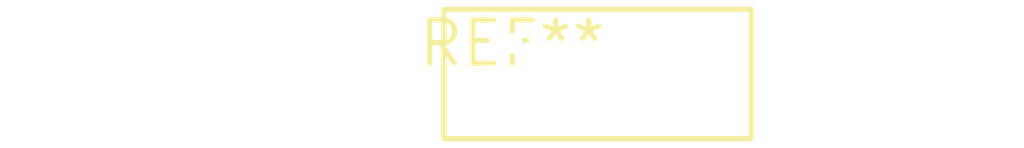
<source format=kicad_pcb>
(kicad_pcb (version 20240108) (generator pcbnew)
  (layers (0 "F.Cu" signal) (31 "B.Cu" signal) (34 "B.Paste" user) (35 "F.Paste" user) (36 "B.SilkS" user "B.Silkscreen") (37 "F.SilkS" user "F.Silkscreen") (38 "B.Mask" user) (39 "F.Mask" user) (44 "Edge.Cuts" user))
  (net 0 "")
  (footprint "RV_Disc_D9mm_W3.8mm_P5mm" (layer "F.Cu") (at 0 0)
    (property "Reference" "REF**")
    (property "Value" "RV_Disc_D9mm_W3.8mm_P5mm")
    (fp_line (start -2 -1) (end -2 2.8) (layer "F.SilkS") (stroke (width 0.15)))
    (fp_line (start -2 -1) (end 7 -1) (layer "F.SilkS") (stroke (width 0.15)))
    (fp_line (start -2 2.8) (end 7 2.8) (layer "F.SilkS") (stroke (width 0.15)))
    (fp_line (start 7 -1) (end 7 2.8) (layer "F.SilkS") (stroke (width 0.15)))
    (pad "1" thru_hole circle (at 0 0) (size 1.6 1.6) (drill 0.6) (layers *.Cu *.Mask) (remove_unused_layers))
    (pad "2" thru_hole circle (at 5 1.8) (size 1.6 1.6) (drill 0.6) (layers *.Cu *.Mask) (remove_unused_layers))
  )
)
</source>
